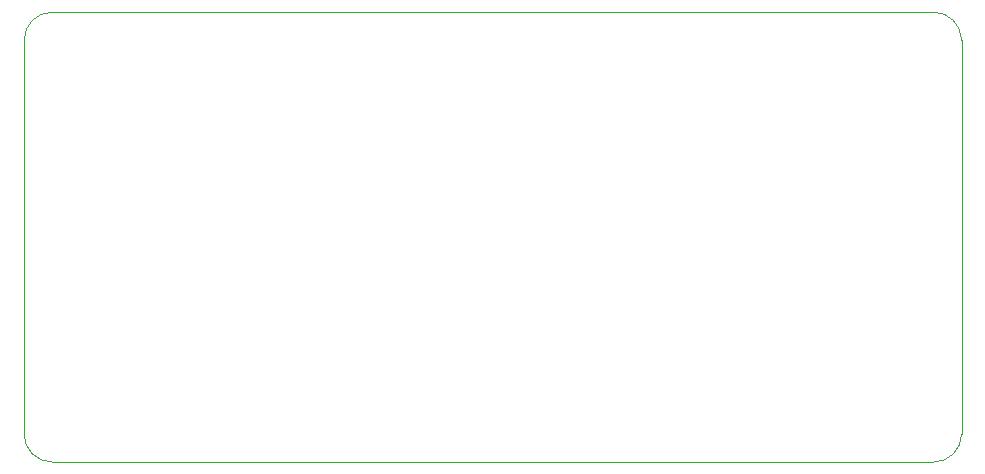
<source format=gm1>
%TF.GenerationSoftware,KiCad,Pcbnew,(6.0.5)*%
%TF.CreationDate,2022-05-13T23:52:20-07:00*%
%TF.ProjectId,keyboard-pcb-tutorial,6b657962-6f61-4726-942d-7063622d7475,rev?*%
%TF.SameCoordinates,Original*%
%TF.FileFunction,Profile,NP*%
%FSLAX46Y46*%
G04 Gerber Fmt 4.6, Leading zero omitted, Abs format (unit mm)*
G04 Created by KiCad (PCBNEW (6.0.5)) date 2022-05-13 23:52:20*
%MOMM*%
%LPD*%
G01*
G04 APERTURE LIST*
%TA.AperFunction,Profile*%
%ADD10C,0.100000*%
%TD*%
G04 APERTURE END LIST*
D10*
X59531200Y-123031250D02*
G75*
G03*
X61912500Y-125412500I2381300J50D01*
G01*
X136525000Y-125412450D02*
G75*
G03*
X138906250Y-123031250I0J2381250D01*
G01*
X59531250Y-89693750D02*
X59531250Y-123031250D01*
X61912500Y-87312500D02*
X136525000Y-87312500D01*
X138906300Y-89693750D02*
G75*
G03*
X136525000Y-87312500I-2381300J-50D01*
G01*
X61912500Y-125412500D02*
X136525000Y-125412500D01*
X61912500Y-87312500D02*
G75*
G03*
X59531250Y-89693750I0J-2381250D01*
G01*
X138906250Y-89693750D02*
X138906250Y-123031250D01*
M02*

</source>
